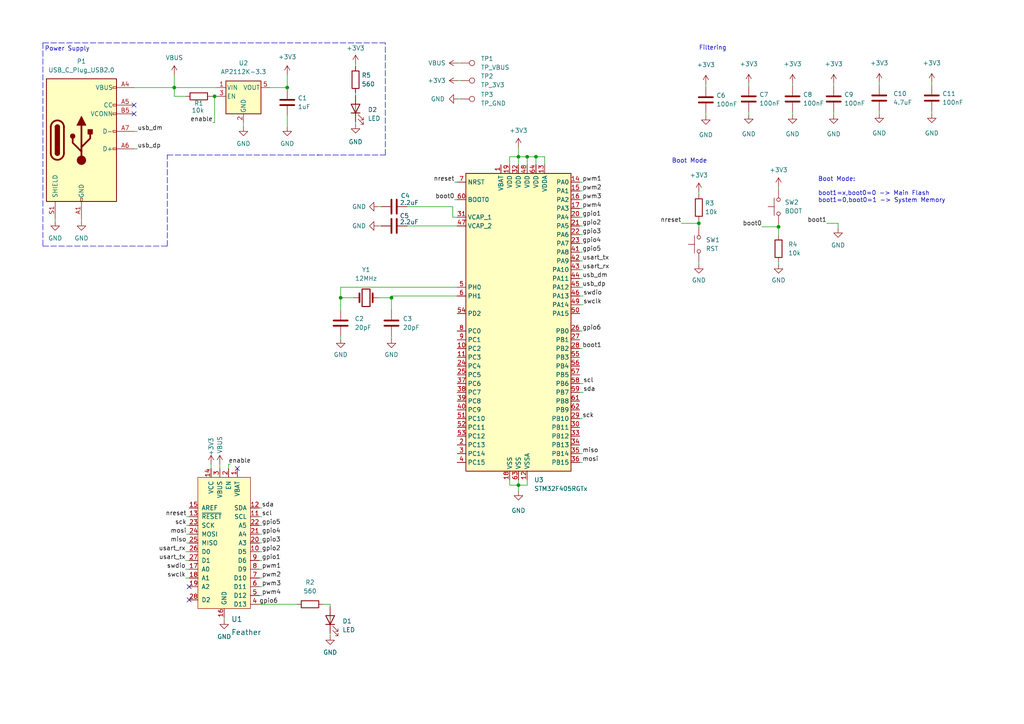
<source format=kicad_sch>
(kicad_sch (version 20211123) (generator eeschema)
  (paper "A4")
  (title_block (date "2023-04-02") (rev "A") (comment 1 "Author: Natesh Narain"))
  (lib_symbols
    (symbol "Connector:TestPoint" (pin_numbers hide) (pin_names (offset 0.762) hide)
      (property "Reference" "TP" (at 0 6.858 0))
      (property "Value" "TestPoint" (at 0 5.08 0))
      (symbol "TestPoint_0_1"
        (circle (center 0 3.302) (radius 0.762))
      )
      (symbol "TestPoint_1_1"
        (pin passive line (at 0 0 90) (length 2.54) (name "1") (number "1"))
      )
    )
    (symbol "Connector:USB_C_Plug_USB2.0" (pin_names (offset 1.016))
      (property "Reference" "P" (at -10.16 19.05 0))
      (property "Value" "USB_C_Plug_USB2.0" (at 12.7 19.05 0))
      (symbol "USB_C_Plug_USB2.0_0_0"
        (rectangle (start -0.254 -17.78) (end 0.254 -16.764))
        (rectangle (start 10.16 -2.286) (end 9.144 -2.794))
        (rectangle (start 10.16 2.794) (end 9.144 2.286))
        (rectangle (start 10.16 7.874) (end 9.144 7.366))
        (rectangle (start 10.16 10.414) (end 9.144 9.906))
        (rectangle (start 10.16 15.494) (end 9.144 14.986))
      )
      (symbol "USB_C_Plug_USB2.0_0_1"
        (rectangle (start -10.16 17.78) (end 10.16 -17.78) (stroke (width 0.254)) (fill (type background)))
        (arc (start -8.89 -3.81) (mid -6.985 -5.715) (end -5.08 -3.81) (stroke (width 0.508)))
        (arc (start -7.62 -3.81) (mid -6.985 -4.445) (end -6.35 -3.81) (stroke (width 0.254)))
        (arc (start -7.62 -3.81) (mid -6.985 -4.445) (end -6.35 -3.81) (stroke (width 0.254)) (fill (type outline)))
        (rectangle (start -7.62 -3.81) (end -6.35 3.81) (stroke (width 0.254)) (fill (type outline)))
        (arc (start -6.35 3.81) (mid -6.985 4.445) (end -7.62 3.81) (stroke (width 0.254)))
        (arc (start -6.35 3.81) (mid -6.985 4.445) (end -7.62 3.81) (stroke (width 0.254)) (fill (type outline)))
        (arc (start -5.08 3.81) (mid -6.985 5.715) (end -8.89 3.81) (stroke (width 0.508)))
        (circle (center -2.54 1.143) (radius 0.635) (stroke (width 0.254)) (fill (type outline)))
        (circle (center 0 -5.842) (radius 1.27) (fill (type outline)))
        (polyline (pts (xy -8.89 -3.81) (xy -8.89 3.81)) (stroke (width 0.508)))
        (polyline (pts (xy -5.08 3.81) (xy -5.08 -3.81)) (stroke (width 0.508)))
        (polyline (pts (xy 0 -5.842) (xy 0 4.318)) (stroke (width 0.508)))
        (polyline (pts (xy 0 -3.302) (xy -2.54 -0.762) (xy -2.54 0.508)) (stroke (width 0.508)))
        (polyline (pts (xy 0 -2.032) (xy 2.54 0.508) (xy 2.54 1.778)) (stroke (width 0.508)))
        (polyline (pts (xy -1.27 4.318) (xy 0 6.858) (xy 1.27 4.318) (xy -1.27 4.318)) (stroke (width 0.254)) (fill (type outline)))
        (rectangle (start 1.905 1.778) (end 3.175 3.048) (stroke (width 0.254)) (fill (type outline)))
      )
      (symbol "USB_C_Plug_USB2.0_1_1"
        (pin passive line (at 0 -22.86 90) (length 5.08) (name "GND") (number "A1"))
        (pin passive line (at 0 -22.86 90) (length 5.08) hide (name "GND") (number "A12"))
        (pin passive line (at 15.24 15.24 180) (length 5.08) (name "VBUS") (number "A4"))
        (pin bidirectional line (at 15.24 10.16 180) (length 5.08) (name "CC") (number "A5"))
        (pin bidirectional line (at 15.24 -2.54 180) (length 5.08) (name "D+") (number "A6"))
        (pin bidirectional line (at 15.24 2.54 180) (length 5.08) (name "D-") (number "A7"))
        (pin passive line (at 15.24 15.24 180) (length 5.08) hide (name "VBUS") (number "A9"))
        (pin passive line (at 0 -22.86 90) (length 5.08) hide (name "GND") (number "B1"))
        (pin passive line (at 0 -22.86 90) (length 5.08) hide (name "GND") (number "B12"))
        (pin passive line (at 15.24 15.24 180) (length 5.08) hide (name "VBUS") (number "B4"))
        (pin bidirectional line (at 15.24 7.62 180) (length 5.08) (name "VCONN") (number "B5"))
        (pin passive line (at 15.24 15.24 180) (length 5.08) hide (name "VBUS") (number "B9"))
        (pin passive line (at -7.62 -22.86 90) (length 5.08) (name "SHIELD") (number "S1"))
      )
    )
    (symbol "Device:C" (pin_numbers hide) (pin_names (offset 0.254))
      (property "Reference" "C" (at 0.635 2.54 0))
      (property "Value" "C" (at 0.635 -2.54 0))
      (symbol "C_0_1"
        (polyline (pts (xy -2.032 -0.762) (xy 2.032 -0.762)) (stroke (width 0.508)))
        (polyline (pts (xy -2.032 0.762) (xy 2.032 0.762)) (stroke (width 0.508)))
      )
      (symbol "C_1_1"
        (pin passive line (at 0 3.81 270) (length 2.794) (name "~") (number "1"))
        (pin passive line (at 0 -3.81 90) (length 2.794) (name "~") (number "2"))
      )
    )
    (symbol "Device:Crystal" (pin_numbers hide) (pin_names (offset 1.016) hide)
      (property "Reference" "Y" (at 0 3.81 0))
      (property "Value" "Crystal" (at 0 -3.81 0))
      (symbol "Crystal_0_1"
        (rectangle (start -1.143 2.54) (end 1.143 -2.54) (stroke (width 0.3048)))
        (polyline (pts (xy -2.54 0) (xy -1.905 0)))
        (polyline (pts (xy -1.905 -1.27) (xy -1.905 1.27)) (stroke (width 0.508)))
        (polyline (pts (xy 1.905 -1.27) (xy 1.905 1.27)) (stroke (width 0.508)))
        (polyline (pts (xy 2.54 0) (xy 1.905 0)))
      )
      (symbol "Crystal_1_1"
        (pin passive line (at -3.81 0 0) (length 1.27) (name "1") (number "1"))
        (pin passive line (at 3.81 0 180) (length 1.27) (name "2") (number "2"))
      )
    )
    (symbol "Device:LED" (pin_numbers hide) (pin_names (offset 1.016) hide)
      (property "Reference" "D" (at 0 2.54 0))
      (property "Value" "LED" (at 0 -2.54 0))
      (symbol "LED_0_1"
        (polyline (pts (xy -1.27 -1.27) (xy -1.27 1.27)) (stroke (width 0.254)))
        (polyline (pts (xy -1.27 0) (xy 1.27 0)))
        (polyline (pts (xy 1.27 -1.27) (xy 1.27 1.27) (xy -1.27 0) (xy 1.27 -1.27)) (stroke (width 0.254)))
        (polyline (pts (xy -3.048 -0.762) (xy -4.572 -2.286) (xy -3.81 -2.286) (xy -4.572 -2.286) (xy -4.572 -1.524)))
        (polyline (pts (xy -1.778 -0.762) (xy -3.302 -2.286) (xy -2.54 -2.286) (xy -3.302 -2.286) (xy -3.302 -1.524)))
      )
      (symbol "LED_1_1"
        (pin passive line (at -3.81 0 0) (length 2.54) (name "K") (number "1"))
        (pin passive line (at 3.81 0 180) (length 2.54) (name "A") (number "2"))
      )
    )
    (symbol "Device:R" (pin_numbers hide) (pin_names (offset 0))
      (property "Reference" "R" (at 2.032 0 90))
      (property "Value" "R" (at 0 0 90))
      (symbol "R_0_1"
        (rectangle (start -1.016 -2.54) (end 1.016 2.54) (stroke (width 0.254)))
      )
      (symbol "R_1_1"
        (pin passive line (at 0 3.81 270) (length 1.27) (name "~") (number "1"))
        (pin passive line (at 0 -3.81 90) (length 1.27) (name "~") (number "2"))
      )
    )
    (symbol "MCU_ST_STM32F4:STM32F405RGTx"
      (property "Reference" "U" (at -15.24 44.45 0))
      (property "Value" "STM32F405RGTx" (at 10.16 44.45 0))
      (symbol "STM32F405RGTx_0_1"
        (rectangle (start -15.24 -43.18) (end 15.24 43.18) (stroke (width 0.254)) (fill (type background)))
      )
      (symbol "STM32F405RGTx_1_1"
        (pin power_in line (at -5.08 45.72 270) (length 2.54) (name "VBAT") (number "1"))
        (pin bidirectional line (at -17.78 -7.62 0) (length 2.54) (name "PC2") (number "10"))
        (pin bidirectional line (at -17.78 -10.16 0) (length 2.54) (name "PC3") (number "11"))
        (pin power_in line (at 2.54 -45.72 90) (length 2.54) (name "VSSA") (number "12"))
        (pin power_in line (at 7.62 45.72 270) (length 2.54) (name "VDDA") (number "13"))
        (pin bidirectional line (at 17.78 40.64 180) (length 2.54) (name "PA0") (number "14"))
        (pin bidirectional line (at 17.78 38.1 180) (length 2.54) (name "PA1") (number "15"))
        (pin bidirectional line (at 17.78 35.56 180) (length 2.54) (name "PA2") (number "16"))
        (pin bidirectional line (at 17.78 33.02 180) (length 2.54) (name "PA3") (number "17"))
        (pin power_in line (at -2.54 -45.72 90) (length 2.54) (name "VSS") (number "18"))
        (pin power_in line (at -2.54 45.72 270) (length 2.54) (name "VDD") (number "19"))
        (pin bidirectional line (at -17.78 -35.56 0) (length 2.54) (name "PC13") (number "2"))
        (pin bidirectional line (at 17.78 30.48 180) (length 2.54) (name "PA4") (number "20"))
        (pin bidirectional line (at 17.78 27.94 180) (length 2.54) (name "PA5") (number "21"))
        (pin bidirectional line (at 17.78 25.4 180) (length 2.54) (name "PA6") (number "22"))
        (pin bidirectional line (at 17.78 22.86 180) (length 2.54) (name "PA7") (number "23"))
        (pin bidirectional line (at -17.78 -12.7 0) (length 2.54) (name "PC4") (number "24"))
        (pin bidirectional line (at -17.78 -15.24 0) (length 2.54) (name "PC5") (number "25"))
        (pin bidirectional line (at 17.78 -2.54 180) (length 2.54) (name "PB0") (number "26"))
        (pin bidirectional line (at 17.78 -5.08 180) (length 2.54) (name "PB1") (number "27"))
        (pin bidirectional line (at 17.78 -7.62 180) (length 2.54) (name "PB2") (number "28"))
        (pin bidirectional line (at 17.78 -27.94 180) (length 2.54) (name "PB10") (number "29"))
        (pin bidirectional line (at -17.78 -38.1 0) (length 2.54) (name "PC14") (number "3"))
        (pin bidirectional line (at 17.78 -30.48 180) (length 2.54) (name "PB11") (number "30"))
        (pin power_in line (at -17.78 30.48 0) (length 2.54) (name "VCAP_1") (number "31"))
        (pin power_in line (at 0 45.72 270) (length 2.54) (name "VDD") (number "32"))
        (pin bidirectional line (at 17.78 -33.02 180) (length 2.54) (name "PB12") (number "33"))
        (pin bidirectional line (at 17.78 -35.56 180) (length 2.54) (name "PB13") (number "34"))
        (pin bidirectional line (at 17.78 -38.1 180) (length 2.54) (name "PB14") (number "35"))
        (pin bidirectional line (at 17.78 -40.64 180) (length 2.54) (name "PB15") (number "36"))
        (pin bidirectional line (at -17.78 -17.78 0) (length 2.54) (name "PC6") (number "37"))
        (pin bidirectional line (at -17.78 -20.32 0) (length 2.54) (name "PC7") (number "38"))
        (pin bidirectional line (at -17.78 -22.86 0) (length 2.54) (name "PC8") (number "39"))
        (pin bidirectional line (at -17.78 -40.64 0) (length 2.54) (name "PC15") (number "4"))
        (pin bidirectional line (at -17.78 -25.4 0) (length 2.54) (name "PC9") (number "40"))
        (pin bidirectional line (at 17.78 20.32 180) (length 2.54) (name "PA8") (number "41"))
        (pin bidirectional line (at 17.78 17.78 180) (length 2.54) (name "PA9") (number "42"))
        (pin bidirectional line (at 17.78 15.24 180) (length 2.54) (name "PA10") (number "43"))
        (pin bidirectional line (at 17.78 12.7 180) (length 2.54) (name "PA11") (number "44"))
        (pin bidirectional line (at 17.78 10.16 180) (length 2.54) (name "PA12") (number "45"))
        (pin bidirectional line (at 17.78 7.62 180) (length 2.54) (name "PA13") (number "46"))
        (pin power_in line (at -17.78 27.94 0) (length 2.54) (name "VCAP_2") (number "47"))
        (pin power_in line (at 2.54 45.72 270) (length 2.54) (name "VDD") (number "48"))
        (pin bidirectional line (at 17.78 5.08 180) (length 2.54) (name "PA14") (number "49"))
        (pin input line (at -17.78 10.16 0) (length 2.54) (name "PH0") (number "5"))
        (pin bidirectional line (at 17.78 2.54 180) (length 2.54) (name "PA15") (number "50"))
        (pin bidirectional line (at -17.78 -27.94 0) (length 2.54) (name "PC10") (number "51"))
        (pin bidirectional line (at -17.78 -30.48 0) (length 2.54) (name "PC11") (number "52"))
        (pin bidirectional line (at -17.78 -33.02 0) (length 2.54) (name "PC12") (number "53"))
        (pin bidirectional line (at -17.78 2.54 0) (length 2.54) (name "PD2") (number "54"))
        (pin bidirectional line (at 17.78 -10.16 180) (length 2.54) (name "PB3") (number "55"))
        (pin bidirectional line (at 17.78 -12.7 180) (length 2.54) (name "PB4") (number "56"))
        (pin bidirectional line (at 17.78 -15.24 180) (length 2.54) (name "PB5") (number "57"))
        (pin bidirectional line (at 17.78 -17.78 180) (length 2.54) (name "PB6") (number "58"))
        (pin bidirectional line (at 17.78 -20.32 180) (length 2.54) (name "PB7") (number "59"))
        (pin input line (at -17.78 7.62 0) (length 2.54) (name "PH1") (number "6"))
        (pin input line (at -17.78 35.56 0) (length 2.54) (name "BOOT0") (number "60"))
        (pin bidirectional line (at 17.78 -22.86 180) (length 2.54) (name "PB8") (number "61"))
        (pin bidirectional line (at 17.78 -25.4 180) (length 2.54) (name "PB9") (number "62"))
        (pin power_in line (at 0 -45.72 90) (length 2.54) (name "VSS") (number "63"))
        (pin power_in line (at 5.08 45.72 270) (length 2.54) (name "VDD") (number "64"))
        (pin input line (at -17.78 40.64 0) (length 2.54) (name "NRST") (number "7"))
        (pin bidirectional line (at -17.78 -2.54 0) (length 2.54) (name "PC0") (number "8"))
        (pin bidirectional line (at -17.78 -5.08 0) (length 2.54) (name "PC1") (number "9"))
      )
    )
    (symbol "Regulator_Linear:AP2112K-3.3" (pin_names (offset 0.254))
      (property "Reference" "U" (at -5.08 5.715 0))
      (property "Value" "AP2112K-3.3" (at 0 5.715 0))
      (symbol "AP2112K-3.3_0_1"
        (rectangle (start -5.08 4.445) (end 5.08 -5.08) (stroke (width 0.254)) (fill (type background)))
      )
      (symbol "AP2112K-3.3_1_1"
        (pin power_in line (at -7.62 2.54 0) (length 2.54) (name "VIN") (number "1"))
        (pin power_in line (at 0 -7.62 90) (length 2.54) (name "GND") (number "2"))
        (pin input line (at -7.62 0 0) (length 2.54) (name "EN") (number "3"))
        (pin no_connect line (at 5.08 0 180) (length 2.54) hide (name "NC") (number "4"))
        (pin power_out line (at 7.62 2.54 180) (length 2.54) (name "VOUT") (number "5"))
      )
    )
    (symbol "Switch:SW_Push" (pin_numbers hide) (pin_names (offset 1.016) hide)
      (property "Reference" "SW" (at 1.27 2.54 0))
      (property "Value" "SW_Push" (at 0 -1.524 0))
      (symbol "SW_Push_0_1"
        (circle (center -2.032 0) (radius 0.508))
        (polyline (pts (xy 0 1.27) (xy 0 3.048)))
        (polyline (pts (xy 2.54 1.27) (xy -2.54 1.27)))
        (circle (center 2.032 0) (radius 0.508))
        (pin passive line (at -5.08 0 0) (length 2.54) (name "1") (number "1"))
        (pin passive line (at 5.08 0 180) (length 2.54) (name "2") (number "2"))
      )
    )
    (symbol "adafruit:Feather" (pin_names (offset 1.016))
      (property "Reference" "U" (at 10.16 21.59 0))
      (property "Value" "Feather" (at 10.16 24.13 0))
      (symbol "Feather_0_1"
        (rectangle (start -7.62 17.78) (end 7.62 -20.32) (fill (type background)))
      )
      (symbol "Feather_1_1"
        (pin power_in line (at 3.81 20.32 270) (length 2.54) (name "VBAT") (number "1"))
        (pin bidirectional line (at 10.16 -3.81 180) (length 2.54) (name "D5") (number "10"))
        (pin bidirectional line (at 10.16 6.35 180) (length 2.54) (name "SCL") (number "11"))
        (pin bidirectional line (at 10.16 8.89 180) (length 2.54) (name "SDA") (number "12"))
        (pin input line (at -10.16 6.35 0) (length 2.54) (name "~{RESET}") (number "13"))
        (pin power_in line (at -3.81 20.32 270) (length 2.54) (name "VCC") (number "14"))
        (pin input line (at -10.16 8.89 0) (length 2.54) (name "AREF") (number "15"))
        (pin power_out line (at 0 -22.86 90) (length 2.54) (name "GND") (number "16"))
        (pin bidirectional line (at -10.16 -8.89 0) (length 2.54) (name "A0") (number "17"))
        (pin bidirectional line (at -10.16 -11.43 0) (length 2.54) (name "A1") (number "18"))
        (pin bidirectional line (at -10.16 -13.97 0) (length 2.54) (name "A2") (number "19"))
        (pin input line (at 1.27 20.32 270) (length 2.54) (name "EN") (number "2"))
        (pin bidirectional line (at 10.16 -1.27 180) (length 2.54) (name "A3") (number "20"))
        (pin bidirectional line (at 10.16 1.27 180) (length 2.54) (name "A4") (number "21"))
        (pin bidirectional line (at 10.16 3.81 180) (length 2.54) (name "A5") (number "22"))
        (pin bidirectional line (at -10.16 3.81 0) (length 2.54) (name "SCK") (number "23"))
        (pin bidirectional line (at -10.16 1.27 0) (length 2.54) (name "MOSI") (number "24"))
        (pin bidirectional line (at -10.16 -1.27 0) (length 2.54) (name "MISO") (number "25"))
        (pin bidirectional line (at -10.16 -3.81 0) (length 2.54) (name "D0") (number "26"))
        (pin bidirectional line (at -10.16 -6.35 0) (length 2.54) (name "D1") (number "27"))
        (pin bidirectional line (at -10.16 -17.78 0) (length 2.54) (name "D2") (number "28"))
        (pin power_out line (at -1.27 20.32 270) (length 2.54) (name "VBUS") (number "3"))
        (pin bidirectional line (at 10.16 -19.05 180) (length 2.54) (name "D13") (number "4"))
        (pin bidirectional line (at 10.16 -16.51 180) (length 2.54) (name "D12") (number "5"))
        (pin bidirectional line (at 10.16 -13.97 180) (length 2.54) (name "D11") (number "6"))
        (pin bidirectional line (at 10.16 -11.43 180) (length 2.54) (name "D10") (number "7"))
        (pin bidirectional line (at 10.16 -8.89 180) (length 2.54) (name "D9") (number "8"))
        (pin bidirectional line (at 10.16 -6.35 180) (length 2.54) (name "D6") (number "9"))
      )
    )
    (symbol "power:+3V3" (power) (pin_names (offset 0))
      (property "Value" "+3V3" (at 0 3.556 0))
      (symbol "+3V3_0_1"
        (polyline (pts (xy -0.762 1.27) (xy 0 2.54)))
        (polyline (pts (xy 0 0) (xy 0 2.54)))
        (polyline (pts (xy 0 2.54) (xy 0.762 1.27)))
      )
      (symbol "+3V3_1_1"
        (pin power_in line (at 0 0 90) (length 0) hide (name "+3V3") (number "1"))
      )
    )
    (symbol "power:GND" (power) (pin_names (offset 0))
      (property "Value" "GND" (at 0 -3.81 0))
      (symbol "GND_0_1"
        (polyline (pts (xy 0 0) (xy 0 -1.27) (xy 1.27 -1.27) (xy 0 -2.54) (xy -1.27 -1.27) (xy 0 -1.27)))
      )
      (symbol "GND_1_1"
        (pin power_in line (at 0 0 270) (length 0) hide (name "GND") (number "1"))
      )
    )
    (symbol "power:VBUS" (power) (pin_names (offset 0))
      (property "Value" "VBUS" (at 0 3.81 0))
      (symbol "VBUS_0_1"
        (polyline (pts (xy -0.762 1.27) (xy 0 2.54)))
        (polyline (pts (xy 0 0) (xy 0 2.54)))
        (polyline (pts (xy 0 2.54) (xy 0.762 1.27)))
      )
      (symbol "VBUS_1_1"
        (pin power_in line (at 0 0 90) (length 0) hide (name "VBUS") (number "1"))
      )
    )
  )
  (junction (at 150.368 45.466))
  (junction (at 50.546 25.4))
  (junction (at 98.806 86.36))
  (junction (at 152.908 45.466))
  (junction (at 83.312 25.4))
  (junction (at 62.23 27.94))
  (junction (at 225.806 65.786))
  (junction (at 113.538 86.36))
  (junction (at 155.448 45.466))
  (junction (at 202.692 64.77))
  (junction (at 150.368 140.716))
  (no_connect (at 68.834 135.89))
  (no_connect (at 54.864 173.99))
  (no_connect (at 54.864 170.18))
  (no_connect (at 38.862 30.48))
  (no_connect (at 38.862 33.02))
  (wire (pts (xy 255.016 23.876) (xy 255.016 24.638)))
  (wire (pts (xy 168.148 60.452) (xy 168.91 60.452)))
  (wire (pts (xy 75.184 157.48) (xy 75.946 157.48)))
  (wire (pts (xy 50.546 25.4) (xy 62.992 25.4)))
  (wire (pts (xy 131.318 59.944) (xy 131.318 62.992)))
  (wire (pts (xy 65.024 179.07) (xy 65.024 179.832)))
  (wire (pts (xy 202.692 55.626) (xy 202.692 56.388)))
  (wire (pts (xy 147.828 139.192) (xy 147.828 140.716)))
  (wire (pts (xy 75.184 172.72) (xy 75.946 172.72)))
  (wire (pts (xy 168.148 134.112) (xy 168.91 134.112)))
  (wire (pts (xy 66.294 134.62) (xy 66.802 134.62)))
  (wire (pts (xy 110.49 65.532) (xy 109.728 65.532)))
  (wire (pts (xy 50.546 21.59) (xy 50.546 25.4)))
  (wire (pts (xy 53.848 27.94) (xy 50.546 27.94)))
  (wire (pts (xy 217.17 32.512) (xy 217.17 33.274)))
  (wire (pts (xy 204.724 32.766) (xy 204.724 33.528)))
  (wire (pts (xy 152.908 47.752) (xy 152.908 45.466)))
  (wire (pts (xy 152.908 45.466) (xy 150.368 45.466)))
  (wire (pts (xy 168.148 101.092) (xy 168.91 101.092)))
  (wire (pts (xy 113.538 85.852) (xy 132.588 85.852)))
  (wire (pts (xy 75.184 165.1) (xy 75.946 165.1)))
  (wire (pts (xy 98.806 83.312) (xy 98.806 86.36)))
  (wire (pts (xy 83.312 25.4) (xy 83.312 21.59)))
  (wire (pts (xy 168.148 131.572) (xy 168.91 131.572)))
  (wire (pts (xy 16.002 63.5) (xy 16.002 64.262)))
  (wire (pts (xy 54.102 149.86) (xy 54.864 149.86)))
  (wire (pts (xy 157.988 47.752) (xy 157.988 45.466)))
  (wire (pts (xy 50.546 27.94) (xy 50.546 25.4)))
  (wire (pts (xy 83.312 33.528) (xy 83.312 36.83)))
  (wire (pts (xy 204.724 24.384) (xy 204.724 25.146)))
  (wire (pts (xy 197.612 64.77) (xy 202.692 64.77)))
  (wire (pts (xy 75.184 175.26) (xy 86.106 175.26)))
  (wire (pts (xy 78.232 25.4) (xy 83.312 25.4)))
  (wire (pts (xy 270.256 32.258) (xy 270.256 33.02)))
  (wire (pts (xy 168.148 57.912) (xy 168.91 57.912)))
  (wire (pts (xy 109.982 86.36) (xy 113.538 86.36)))
  (wire (pts (xy 62.23 27.94) (xy 62.23 35.56)))
  (wire (pts (xy 110.49 59.944) (xy 109.728 59.944)))
  (wire (pts (xy 95.758 175.26) (xy 95.758 176.022)))
  (wire (pts (xy 75.184 167.64) (xy 75.946 167.64)))
  (wire (pts (xy 157.988 45.466) (xy 155.448 45.466)))
  (wire (pts (xy 23.622 63.5) (xy 23.622 64.262)))
  (wire (pts (xy 168.148 55.372) (xy 168.91 55.372)))
  (wire (pts (xy 270.256 23.876) (xy 270.256 24.638)))
  (wire (pts (xy 168.148 65.532) (xy 168.91 65.532)))
  (wire (pts (xy 168.148 73.152) (xy 168.91 73.152)))
  (wire (pts (xy 62.23 27.94) (xy 62.992 27.94)))
  (wire (pts (xy 54.102 152.4) (xy 54.864 152.4)))
  (wire (pts (xy 103.124 26.924) (xy 103.124 27.686)))
  (wire (pts (xy 229.87 32.512) (xy 229.87 33.274)))
  (wire (pts (xy 75.184 170.18) (xy 75.946 170.18)))
  (wire (pts (xy 202.692 64.008) (xy 202.692 64.77)))
  (wire (pts (xy 168.148 68.072) (xy 168.91 68.072)))
  (wire (pts (xy 118.11 65.532) (xy 132.588 65.532)))
  (wire (pts (xy 220.98 65.786) (xy 225.806 65.786)))
  (wire (pts (xy 113.538 86.36) (xy 113.538 89.916)))
  (polyline (pts (xy 48.514 44.958) (xy 92.456 44.958)))
  (wire (pts (xy 131.318 62.992) (xy 132.588 62.992)))
  (wire (pts (xy 168.148 75.692) (xy 168.91 75.692)))
  (wire (pts (xy 168.148 111.252) (xy 169.164 111.252)))
  (wire (pts (xy 103.124 35.306) (xy 103.124 36.068)))
  (wire (pts (xy 155.448 45.466) (xy 152.908 45.466)))
  (wire (pts (xy 98.806 97.536) (xy 98.806 98.298)))
  (polyline (pts (xy 48.514 71.374) (xy 48.514 44.958)))
  (wire (pts (xy 38.862 25.4) (xy 50.546 25.4)))
  (wire (pts (xy 243.078 66.294) (xy 243.078 64.77)))
  (wire (pts (xy 75.184 162.56) (xy 75.946 162.56)))
  (wire (pts (xy 202.692 64.77) (xy 202.692 65.786)))
  (wire (pts (xy 83.312 25.4) (xy 83.312 25.908)))
  (wire (pts (xy 132.842 18.288) (xy 133.604 18.288)))
  (wire (pts (xy 168.148 52.832) (xy 168.91 52.832)))
  (wire (pts (xy 168.148 80.772) (xy 168.91 80.772)))
  (wire (pts (xy 93.726 175.26) (xy 95.758 175.26)))
  (wire (pts (xy 255.016 32.258) (xy 255.016 33.02)))
  (wire (pts (xy 241.808 24.13) (xy 241.808 24.892)))
  (wire (pts (xy 152.908 139.192) (xy 152.908 140.716)))
  (wire (pts (xy 168.148 121.412) (xy 168.91 121.412)))
  (wire (pts (xy 98.806 83.312) (xy 132.588 83.312)))
  (wire (pts (xy 150.368 140.716) (xy 150.368 142.494)))
  (polyline (pts (xy 12.446 12.446) (xy 12.446 71.374)))
  (wire (pts (xy 225.806 65.024) (xy 225.806 65.786)))
  (wire (pts (xy 202.692 75.946) (xy 202.692 76.708)))
  (wire (pts (xy 103.124 18.542) (xy 103.124 19.304)))
  (wire (pts (xy 150.368 45.466) (xy 150.368 47.752)))
  (wire (pts (xy 131.826 52.832) (xy 132.588 52.832)))
  (wire (pts (xy 152.908 140.716) (xy 150.368 140.716)))
  (wire (pts (xy 168.148 62.992) (xy 168.91 62.992)))
  (wire (pts (xy 75.184 152.4) (xy 75.946 152.4)))
  (wire (pts (xy 61.468 27.94) (xy 62.23 27.94)))
  (wire (pts (xy 54.102 154.94) (xy 54.864 154.94)))
  (wire (pts (xy 239.776 64.77) (xy 243.078 64.77)))
  (wire (pts (xy 150.368 42.672) (xy 150.368 45.466)))
  (polyline (pts (xy 111.76 44.958) (xy 111.76 12.446)))
  (wire (pts (xy 132.842 23.368) (xy 133.604 23.368)))
  (wire (pts (xy 168.148 96.012) (xy 168.91 96.012)))
  (wire (pts (xy 53.848 162.56) (xy 54.864 162.56)))
  (wire (pts (xy 241.808 32.512) (xy 241.808 33.274)))
  (wire (pts (xy 66.294 134.62) (xy 66.294 135.89)))
  (wire (pts (xy 53.848 160.02) (xy 54.864 160.02)))
  (wire (pts (xy 118.11 59.944) (xy 131.318 59.944)))
  (wire (pts (xy 147.828 47.752) (xy 147.828 45.466)))
  (wire (pts (xy 150.368 139.192) (xy 150.368 140.716)))
  (wire (pts (xy 75.184 160.02) (xy 75.946 160.02)))
  (wire (pts (xy 95.758 183.642) (xy 95.758 184.404)))
  (wire (pts (xy 75.184 149.86) (xy 75.946 149.86)))
  (wire (pts (xy 54.102 157.48) (xy 54.864 157.48)))
  (wire (pts (xy 168.148 88.392) (xy 169.164 88.392)))
  (wire (pts (xy 229.87 24.13) (xy 229.87 24.892)))
  (wire (pts (xy 147.828 45.466) (xy 150.368 45.466)))
  (wire (pts (xy 217.17 24.13) (xy 217.17 24.892)))
  (polyline (pts (xy 12.446 71.374) (xy 48.514 71.374)))
  (wire (pts (xy 225.806 75.946) (xy 225.806 76.708)))
  (wire (pts (xy 102.362 86.36) (xy 98.806 86.36)))
  (wire (pts (xy 75.184 147.32) (xy 75.946 147.32)))
  (wire (pts (xy 147.828 140.716) (xy 150.368 140.716)))
  (wire (pts (xy 61.214 134.62) (xy 61.214 135.89)))
  (wire (pts (xy 168.148 113.792) (xy 169.164 113.792)))
  (wire (pts (xy 168.148 85.852) (xy 169.164 85.852)))
  (wire (pts (xy 70.612 35.56) (xy 70.612 36.83)))
  (wire (pts (xy 38.862 43.18) (xy 39.878 43.18)))
  (wire (pts (xy 113.538 97.536) (xy 113.538 98.298)))
  (wire (pts (xy 155.448 47.752) (xy 155.448 45.466)))
  (wire (pts (xy 113.538 85.852) (xy 113.538 86.36)))
  (wire (pts (xy 225.806 54.102) (xy 225.806 54.864)))
  (wire (pts (xy 131.826 57.912) (xy 132.588 57.912)))
  (wire (pts (xy 53.848 167.64) (xy 54.864 167.64)))
  (polyline (pts (xy 91.948 44.958) (xy 111.76 44.958)))
  (wire (pts (xy 132.842 28.702) (xy 133.604 28.702)))
  (wire (pts (xy 53.848 165.1) (xy 54.864 165.1)))
  (wire (pts (xy 63.754 134.62) (xy 63.754 135.89)))
  (polyline (pts (xy 12.446 12.446) (xy 92.456 12.446)))
  (wire (pts (xy 75.184 154.94) (xy 75.946 154.94)))
  (wire (pts (xy 168.148 70.612) (xy 168.91 70.612)))
  (wire (pts (xy 38.862 38.1) (xy 39.878 38.1)))
  (wire (pts (xy 168.148 83.312) (xy 168.91 83.312)))
  (wire (pts (xy 61.722 35.56) (xy 62.23 35.56)))
  (polyline (pts (xy 111.76 12.446) (xy 92.456 12.446)))
  (wire (pts (xy 225.806 68.326) (xy 225.806 65.786)))
  (wire (pts (xy 98.806 86.36) (xy 98.806 89.916)))
  (wire (pts (xy 168.148 78.232) (xy 168.91 78.232)))
  (text "Boot Mode" (at 194.818 47.498 0) (effects (font (size 1.27 1.27)) (justify left bottom)))
  (text "Boot Mode:\n\nboot1=x,boot0=0 -> Main Flash\nboot1=0,boot0=1 -> System Memory" (at 237.236 58.928 0) (effects (font (size 1.27 1.27)) (justify left bottom)))
  (text "Power Supply" (at 12.954 14.986 0) (effects (font (size 1.27 1.27)) (justify left bottom)))
  (text "Filtering" (at 202.692 14.732 0) (effects (font (size 1.27 1.27)) (justify left bottom)))
  (label "mosi" (at 168.91 134.112 0))
  (label "scl" (at 169.164 111.252 0))
  (label "miso" (at 168.91 131.572 0))
  (label "gpio3" (at 75.946 157.48 0))
  (label "usart_tx" (at 168.91 75.692 0))
  (label "gpio2" (at 75.946 160.02 0))
  (label "pwm4" (at 75.946 172.72 0))
  (label "boot1" (at 239.776 64.77 180))
  (label "pwm1" (at 75.946 165.1 0))
  (label "gpio2" (at 168.91 65.532 0))
  (label "usb_dp" (at 39.878 43.18 0))
  (label "nreset" (at 54.102 149.86 180))
  (label "sck" (at 54.102 152.4 180))
  (label "pwm1" (at 168.91 52.832 0))
  (label "swclk" (at 169.164 88.392 0))
  (label "usb_dm" (at 168.91 80.772 0))
  (label "swclk" (at 53.848 167.64 180))
  (label "gpio6" (at 75.184 175.26 0))
  (label "gpio4" (at 168.91 70.612 0))
  (label "miso" (at 54.102 157.48 180))
  (label "usart_rx" (at 53.848 160.02 180))
  (label "gpio3" (at 168.91 68.072 0))
  (label "gpio5" (at 75.946 152.4 0))
  (label "usb_dp" (at 168.91 83.312 0))
  (label "pwm2" (at 168.91 55.372 0))
  (label "mosi" (at 54.102 154.94 180))
  (label "sck" (at 168.91 121.412 0))
  (label "gpio5" (at 168.91 73.152 0))
  (label "gpio6" (at 168.91 96.012 0))
  (label "usart_rx" (at 168.91 78.232 0))
  (label "swdio" (at 169.164 85.852 0))
  (label "scl" (at 75.946 149.86 0))
  (label "usart_tx" (at 53.848 162.56 180))
  (label "gpio4" (at 75.946 154.94 0))
  (label "pwm2" (at 75.946 167.64 0))
  (label "enable" (at 61.722 35.56 180))
  (label "nreset" (at 197.612 64.77 180))
  (label "boot0" (at 131.826 57.912 180))
  (label "pwm3" (at 168.91 57.912 0))
  (label "sda" (at 75.946 147.32 0))
  (label "sda" (at 169.164 113.792 0))
  (label "nreset" (at 131.826 52.832 180))
  (label "pwm4" (at 168.91 60.452 0))
  (label "gpio1" (at 168.91 62.992 0))
  (label "usb_dm" (at 39.878 38.1 0))
  (label "boot0" (at 220.98 65.786 180))
  (label "swdio" (at 53.848 165.1 180))
  (label "pwm3" (at 75.946 170.18 0))
  (label "enable" (at 66.294 134.62 0))
  (label "gpio1" (at 75.946 162.56 0))
  (label "boot1" (at 168.91 101.092 0))
  (symbol (lib_id "power:GND") (at 70.612 36.83 0) (unit 1)
    (property "Reference" "#PWR07" (effects hide))
    (property "Value" "GND" (at 70.612 41.656 0))
  )
  (symbol (lib_id "power:GND") (at 16.002 64.262 0) (unit 1)
    (property "Reference" "#PWR01" (effects hide))
    (property "Value" "GND" (at 16.002 69.088 0))
  )
  (symbol (lib_id "Device:R") (at 202.692 60.198 0) (unit 1)
    (property "Reference" "R3" (at 204.47 58.9279 0) (effects (justify left)))
    (property "Value" "10k" (at 204.47 61.4679 0) (effects (justify left)))
    (property "Footprint" "Resistor_SMD:R_0402_1005Metric" (effects hide))
    (property "LCSC" "C25744" (effects hide))
  )
  (symbol (lib_id "power:GND") (at 95.758 184.404 0) (unit 1)
    (property "Reference" "#PWR010" (effects hide))
    (property "Value" "GND" (at 95.758 189.23 0))
  )
  (symbol (lib_id "Device:R") (at 89.916 175.26 90) (unit 1)
    (property "Reference" "R2" (at 89.916 168.91 90))
    (property "Value" "560" (at 89.916 171.45 90))
    (property "Footprint" "Resistor_SMD:R_0402_1005Metric" (effects hide))
    (property "LCSC" "C25172" (effects hide))
  )
  (symbol (lib_id "power:VBUS") (at 132.842 18.288 90) (unit 1)
    (property "Reference" "#PWR012" (effects hide))
    (property "Value" "VBUS" (at 129.286 18.2879 90) (effects (justify left)))
  )
  (symbol (lib_id "Device:C") (at 204.724 28.956 0) (unit 1)
    (property "Reference" "C6" (at 207.772 27.6859 0) (effects (justify left)))
    (property "Value" "100nF" (at 207.772 30.2259 0) (effects (justify left)))
    (property "Footprint" "Capacitor_SMD:C_0402_1005Metric" (effects hide))
    (property "LCSC" "C307331" (effects hide))
  )
  (symbol (lib_id "power:GND") (at 132.842 28.702 270) (unit 1)
    (property "Reference" "#PWR014" (effects hide))
    (property "Value" "GND" (at 129.032 28.7019 90) (effects (justify right)))
  )
  (symbol (lib_id "Device:C") (at 114.3 59.944 270) (unit 1)
    (property "Reference" "C4" (at 116.205 56.769 90) (effects (justify left)))
    (property "Value" "2.2uF" (at 115.951 58.801 90) (effects (justify left)))
    (property "Footprint" "Capacitor_SMD:C_0402_1005Metric" (effects hide))
    (property "LCSC" "C12530" (effects hide))
  )
  (symbol (lib_id "power:+3V3") (at 150.368 42.672 0) (unit 1)
    (property "Reference" "#PWR018" (effects hide))
    (property "Value" "+3V3" (at 150.368 37.846 0))
  )
  (symbol (lib_id "Device:C") (at 229.87 28.702 0) (unit 1)
    (property "Reference" "C8" (at 232.918 27.4319 0) (effects (justify left)))
    (property "Value" "100nF" (at 232.918 29.9719 0) (effects (justify left)))
    (property "Footprint" "Capacitor_SMD:C_0402_1005Metric" (effects hide))
    (property "LCSC" "C307331" (effects hide))
  )
  (symbol (lib_id "power:GND") (at 243.078 66.294 0) (unit 1)
    (property "Reference" "#PWR032" (effects hide))
    (property "Value" "GND" (at 243.078 71.12 0))
  )
  (symbol (lib_id "power:+3V3") (at 255.016 23.876 0) (unit 1)
    (property "Reference" "#PWR033" (effects hide))
    (property "Value" "+3V3" (at 255.016 18.288 0))
  )
  (symbol (lib_id "Device:R") (at 57.658 27.94 90) (unit 1)
    (property "Reference" "R1" (at 57.658 29.972 90))
    (property "Value" "10k" (at 57.404 32.004 90))
    (property "Footprint" "Resistor_SMD:R_0402_1005Metric" (effects hide))
    (property "LCSC" "C25744" (effects hide))
  )
  (symbol (lib_id "power:+3V3") (at 204.724 24.384 0) (unit 1)
    (property "Reference" "#PWR022" (effects hide))
    (property "Value" "+3V3" (at 204.724 18.796 0))
  )
  (symbol (lib_id "power:GND") (at 255.016 33.02 0) (unit 1)
    (property "Reference" "#PWR034" (effects hide))
    (property "Value" "GND" (at 255.016 38.608 0))
  )
  (symbol (lib_id "power:+3V3") (at 103.124 18.542 0) (unit 1)
    (property "Reference" "#PWR037" (effects hide))
    (property "Value" "+3V3" (at 103.124 13.97 0))
  )
  (symbol (lib_id "Switch:SW_Push") (at 202.692 70.866 90) (unit 1)
    (property "Reference" "SW1" (at 204.724 69.5959 90) (effects (justify right)))
    (property "Value" "RST" (at 204.724 72.1359 90) (effects (justify right)))
    (property "Footprint" "tactile_switches:TS-1088-AR02016" (effects hide))
    (property "LCSC" "C720477" (effects hide))
  )
  (symbol (lib_id "Device:C") (at 83.312 29.718 0) (unit 1)
    (property "Reference" "C1" (at 86.36 28.4479 0) (effects (justify left)))
    (property "Value" "1uF" (at 86.36 30.9879 0) (effects (justify left)))
    (property "Footprint" "Capacitor_SMD:C_0402_1005Metric" (effects hide))
    (property "LCSC" "C52923" (effects hide))
  )
  (symbol (lib_id "power:+3V3") (at 61.214 134.62 0) (unit 1)
    (property "Reference" "#PWR04" (effects hide))
    (property "Value" "+3V3" (at 61.214 129.54 90))
  )
  (symbol (lib_id "power:GND") (at 150.368 142.494 0) (unit 1)
    (property "Reference" "#PWR019" (effects hide))
    (property "Value" "GND" (at 150.368 148.082 0))
  )
  (symbol (lib_id "Connector:TestPoint") (at 133.604 18.288 270) (unit 1)
    (property "Reference" "TP1" (at 139.446 17.0179 90) (effects (justify left)))
    (property "Value" "TP_VBUS" (at 139.446 19.5579 90) (effects (justify left)))
    (property "Footprint" "TestPoint:TestPoint_Pad_1.5x1.5mm" (effects hide))
  )
  (symbol (lib_id "power:GND") (at 241.808 33.274 0) (unit 1)
    (property "Reference" "#PWR031" (effects hide))
    (property "Value" "GND" (at 241.808 38.862 0))
  )
  (symbol (lib_id "Device:R") (at 225.806 72.136 0) (unit 1)
    (property "Reference" "R4" (at 228.6 70.8659 0) (effects (justify left)))
    (property "Value" "10k" (at 228.6 73.4059 0) (effects (justify left)))
    (property "Footprint" "Resistor_SMD:R_0402_1005Metric" (effects hide))
    (property "LCSC" "C25744" (effects hide))
  )
  (symbol (lib_id "power:GND") (at 103.124 36.068 0) (unit 1)
    (property "Reference" "#PWR038" (effects hide))
    (property "Value" "GND" (at 103.124 41.148 0))
  )
  (symbol (lib_id "Device:C") (at 217.17 28.702 0) (unit 1)
    (property "Reference" "C7" (at 220.218 27.4319 0) (effects (justify left)))
    (property "Value" "100nF" (at 220.218 29.9719 0) (effects (justify left)))
    (property "Footprint" "Capacitor_SMD:C_0402_1005Metric" (effects hide))
    (property "LCSC" "C307331" (effects hide))
  )
  (symbol (lib_id "power:GND") (at 65.024 179.832 0) (unit 1)
    (property "Reference" "#PWR06" (effects hide))
    (property "Value" "GND" (at 65.024 184.658 0))
  )
  (symbol (lib_id "power:GND") (at 109.728 65.532 270) (unit 1)
    (property "Reference" "#PWR016" (effects hide))
    (property "Value" "GND" (at 104.14 65.532 90))
  )
  (symbol (lib_id "power:GND") (at 23.622 64.262 0) (unit 1)
    (property "Reference" "#PWR02" (effects hide))
    (property "Value" "GND" (at 23.622 69.088 0))
  )
  (symbol (lib_id "Device:LED") (at 103.124 31.496 90) (unit 1)
    (property "Reference" "D2" (at 106.68 31.8134 90) (effects (justify right)))
    (property "Value" "LED" (at 106.68 34.3534 90) (effects (justify right)))
    (property "Footprint" "LED_SMD:LED_0603_1608Metric" (effects hide))
    (property "LCSC" "C72043" (effects hide))
  )
  (symbol (lib_id "power:+3V3") (at 132.842 23.368 90) (unit 1)
    (property "Reference" "#PWR013" (effects hide))
    (property "Value" "+3V3" (at 129.286 23.3679 90) (effects (justify left)))
  )
  (symbol (lib_id "Device:C") (at 98.806 93.726 0) (unit 1)
    (property "Reference" "C2" (at 102.87 92.4559 0) (effects (justify left)))
    (property "Value" "20pF" (at 102.87 94.9959 0) (effects (justify left)))
    (property "Footprint" "Capacitor_SMD:C_0402_1005Metric" (effects hide))
    (property "LCSC" "C1554" (effects hide))
  )
  (symbol (lib_id "power:GND") (at 113.538 98.298 0) (unit 1)
    (property "Reference" "#PWR017" (effects hide))
    (property "Value" "GND" (at 113.538 102.87 0))
  )
  (symbol (lib_id "power:+3V3") (at 225.806 54.102 0) (unit 1)
    (property "Reference" "#PWR026" (effects hide))
    (property "Value" "+3V3" (at 225.806 49.276 0))
  )
  (symbol (lib_id "power:+3V3") (at 83.312 21.59 0) (unit 1)
    (property "Reference" "#PWR08" (effects hide))
    (property "Value" "+3V3" (at 83.312 16.51 0))
  )
  (symbol (lib_id "Device:C") (at 255.016 28.448 0) (unit 1)
    (property "Reference" "C10" (at 259.08 27.1779 0) (effects (justify left)))
    (property "Value" "4.7uF" (at 259.08 29.7179 0) (effects (justify left)))
    (property "Footprint" "Capacitor_SMD:C_0402_1005Metric" (effects hide))
    (property "LCSC" "C23733" (effects hide))
  )
  (symbol (lib_id "Regulator_Linear:AP2112K-3.3") (at 70.612 27.94 0) (unit 1)
    (property "Reference" "U2" (at 70.612 18.288 0))
    (property "Value" "AP2112K-3.3" (at 70.612 20.828 0))
    (property "Footprint" "Package_TO_SOT_SMD:SOT-23-5" (effects hide))
    (property "Datasheet" "https://www.diodes.com/assets/Datasheets/AP2112.pdf" (effects hide))
    (property "LCSC" "C51118" (effects hide))
  )
  (symbol (lib_id "Device:C") (at 241.808 28.702 0) (unit 1)
    (property "Reference" "C9" (at 244.856 27.4319 0) (effects (justify left)))
    (property "Value" "100nF" (at 244.856 29.9719 0) (effects (justify left)))
    (property "Footprint" "Capacitor_SMD:C_0402_1005Metric" (effects hide))
    (property "LCSC" "C307331" (effects hide))
  )
  (symbol (lib_id "Device:Crystal") (at 106.172 86.36 0) (unit 1)
    (property "Reference" "Y1" (at 106.172 78.232 0))
    (property "Value" "12MHz" (at 106.172 80.772 0))
    (property "Footprint" "Crystal:Crystal_SMD_3225-4Pin_3.2x2.5mm" (effects hide))
    (property "Datasheet" "https://datasheet.lcsc.com/lcsc/2103291203_Yangxing-Tech-X322512MSB4SI_C9002.pdf" (effects hide))
    (property "LCSC" "C9002" (effects hide))
  )
  (symbol (lib_id "Device:R") (at 103.124 23.114 180) (unit 1)
    (property "Reference" "R5" (at 104.902 21.8439 0) (effects (justify right)))
    (property "Value" "560" (at 104.902 24.3839 0) (effects (justify right)))
    (property "Footprint" "Resistor_SMD:R_0402_1005Metric" (effects hide))
    (property "LCSC" "C25172" (effects hide))
  )
  (symbol (lib_id "Device:LED") (at 95.758 179.832 90) (unit 1)
    (property "Reference" "D1" (at 99.314 180.1494 90) (effects (justify right)))
    (property "Value" "LED" (at 99.314 182.6894 90) (effects (justify right)))
    (property "Footprint" "LED_SMD:LED_0603_1608Metric" (effects hide))
    (property "LCSC" "C72041" (effects hide))
  )
  (symbol (lib_id "power:GND") (at 83.312 36.83 0) (unit 1)
    (property "Reference" "#PWR09" (effects hide))
    (property "Value" "GND" (at 83.312 41.656 0))
  )
  (symbol (lib_id "Connector:USB_C_Plug_USB2.0") (at 23.622 40.64 0) (unit 1)
    (property "Reference" "P1" (at 23.622 17.78 0))
    (property "Value" "USB_C_Plug_USB2.0" (at 23.622 20.32 0))
    (property "Footprint" "USB-C-Connectors:TYPE-C-31-M-04" (effects hide))
    (property "Datasheet" "https://www.usb.org/sites/default/files/documents/usb_type-c.zip" (effects hide))
    (property "LCSC" "C129018" (effects hide))
  )
  (symbol (lib_id "power:GND") (at 109.728 59.944 270) (unit 1)
    (property "Reference" "#PWR015" (effects hide))
    (property "Value" "GND" (at 104.14 59.944 90))
  )
  (symbol (lib_id "power:VBUS") (at 50.546 21.59 0) (unit 1)
    (property "Reference" "#PWR03" (effects hide))
    (property "Value" "VBUS" (at 50.546 16.764 0))
  )
  (symbol (lib_id "Device:C") (at 270.256 28.448 0) (unit 1)
    (property "Reference" "C11" (at 273.304 27.1779 0) (effects (justify left)))
    (property "Value" "100nF" (at 273.304 29.7179 0) (effects (justify left)))
    (property "Footprint" "Capacitor_SMD:C_0402_1005Metric" (effects hide))
    (property "LCSC" "C307331" (effects hide))
  )
  (symbol (lib_id "adafruit:Feather") (at 65.024 156.21 0) (unit 1)
    (property "Reference" "U1" (at 67.0434 179.578 0) (effects (font (size 1.524 1.524)) (justify left)))
    (property "Value" "Feather" (at 67.0434 183.388 0) (effects (font (size 1.524 1.524)) (justify left)))
    (property "Footprint" "adafruit:Feather_Main" (effects hide))
  )
  (symbol (lib_id "MCU_ST_STM32F4:STM32F405RGTx") (at 150.368 93.472 0) (unit 1)
    (property "Reference" "U3" (at 154.9274 139.192 0) (effects (justify left)))
    (property "Value" "STM32F405RGTx" (at 154.9274 141.732 0) (effects (justify left)))
    (property "Footprint" "Package_QFP:LQFP-64_10x10mm_P0.5mm" (effects hide))
    (property "LCSC" "C15742" (effects hide))
    (property "xDatasheet" "http://www.st.com/st-web-ui/static/active/en/resource/technical/document/datasheet/DM00037051.pdf" (effects hide))
  )
  (symbol (lib_id "power:+3V3") (at 270.256 23.876 0) (unit 1)
    (property "Reference" "#PWR035" (effects hide))
    (property "Value" "+3V3" (at 270.256 18.288 0))
  )
  (symbol (lib_id "power:GND") (at 202.692 76.708 0) (unit 1)
    (property "Reference" "#PWR021" (effects hide))
    (property "Value" "GND" (at 202.692 81.28 0))
  )
  (symbol (lib_id "power:+3V3") (at 229.87 24.13 0) (unit 1)
    (property "Reference" "#PWR028" (effects hide))
    (property "Value" "+3V3" (at 229.87 18.542 0))
  )
  (symbol (lib_id "power:+3V3") (at 202.692 55.626 0) (unit 1)
    (property "Reference" "#PWR020" (effects hide))
    (property "Value" "+3V3" (at 202.692 50.8 0))
  )
  (symbol (lib_id "power:+3V3") (at 241.808 24.13 0) (unit 1)
    (property "Reference" "#PWR030" (effects hide))
    (property "Value" "+3V3" (at 241.808 18.542 0))
  )
  (symbol (lib_id "Device:C") (at 114.3 65.532 270) (unit 1)
    (property "Reference" "C5" (at 115.951 62.611 90) (effects (justify left)))
    (property "Value" "2.2uF" (at 115.951 64.389 90) (effects (justify left)))
    (property "Footprint" "Capacitor_SMD:C_0402_1005Metric" (effects hide))
    (property "LCSC" "C12530" (effects hide))
  )
  (symbol (lib_id "power:GND") (at 217.17 33.274 0) (unit 1)
    (property "Reference" "#PWR025" (effects hide))
    (property "Value" "GND" (at 217.17 38.862 0))
  )
  (symbol (lib_id "Device:C") (at 113.538 93.726 0) (unit 1)
    (property "Reference" "C3" (at 116.84 92.4559 0) (effects (justify left)))
    (property "Value" "20pF" (at 116.84 94.9959 0) (effects (justify left)))
    (property "Footprint" "Capacitor_SMD:C_0402_1005Metric" (effects hide))
    (property "LCSC" "C1554" (effects hide))
  )
  (symbol (lib_id "Connector:TestPoint") (at 133.604 28.702 270) (unit 1)
    (property "Reference" "TP3" (at 139.446 27.4319 90) (effects (justify left)))
    (property "Value" "TP_GND" (at 139.446 29.9719 90) (effects (justify left)))
    (property "Footprint" "TestPoint:TestPoint_Pad_1.5x1.5mm" (effects hide))
  )
  (symbol (lib_id "power:GND") (at 270.256 33.02 0) (unit 1)
    (property "Reference" "#PWR036" (effects hide))
    (property "Value" "GND" (at 270.256 38.608 0))
  )
  (symbol (lib_id "power:GND") (at 229.87 33.274 0) (unit 1)
    (property "Reference" "#PWR029" (effects hide))
    (property "Value" "GND" (at 229.87 38.862 0))
  )
  (symbol (lib_id "power:GND") (at 204.724 33.528 0) (unit 1)
    (property "Reference" "#PWR023" (effects hide))
    (property "Value" "GND" (at 204.724 39.116 0))
  )
  (symbol (lib_id "power:GND") (at 225.806 76.708 0) (unit 1)
    (property "Reference" "#PWR027" (effects hide))
    (property "Value" "GND" (at 225.806 81.28 0))
  )
  (symbol (lib_id "power:GND") (at 98.806 98.298 0) (unit 1)
    (property "Reference" "#PWR011" (effects hide))
    (property "Value" "GND" (at 98.806 102.87 0))
  )
  (symbol (lib_id "Switch:SW_Push") (at 225.806 59.944 90) (unit 1)
    (property "Reference" "SW2" (at 227.584 58.6739 90) (effects (justify right)))
    (property "Value" "BOOT" (at 227.584 61.2139 90) (effects (justify right)))
    (property "Footprint" "tactile_switches:TS-1088-AR02016" (effects hide))
    (property "LCSC" "C720477" (effects hide))
  )
  (symbol (lib_id "power:VBUS") (at 63.754 134.62 0) (unit 1)
    (property "Reference" "#PWR05" (effects hide))
    (property "Value" "VBUS" (at 63.754 129.032 90))
  )
  (symbol (lib_id "Connector:TestPoint") (at 133.604 23.368 270) (unit 1)
    (property "Reference" "TP2" (at 139.446 22.0979 90) (effects (justify left)))
    (property "Value" "TP_3V3" (at 139.446 24.6379 90) (effects (justify left)))
    (property "Footprint" "TestPoint:TestPoint_Pad_1.5x1.5mm" (effects hide))
  )
  (symbol (lib_id "power:+3V3") (at 217.17 24.13 0) (unit 1)
    (property "Reference" "#PWR024" (effects hide))
    (property "Value" "+3V3" (at 217.17 18.542 0))
  )
)
</source>
